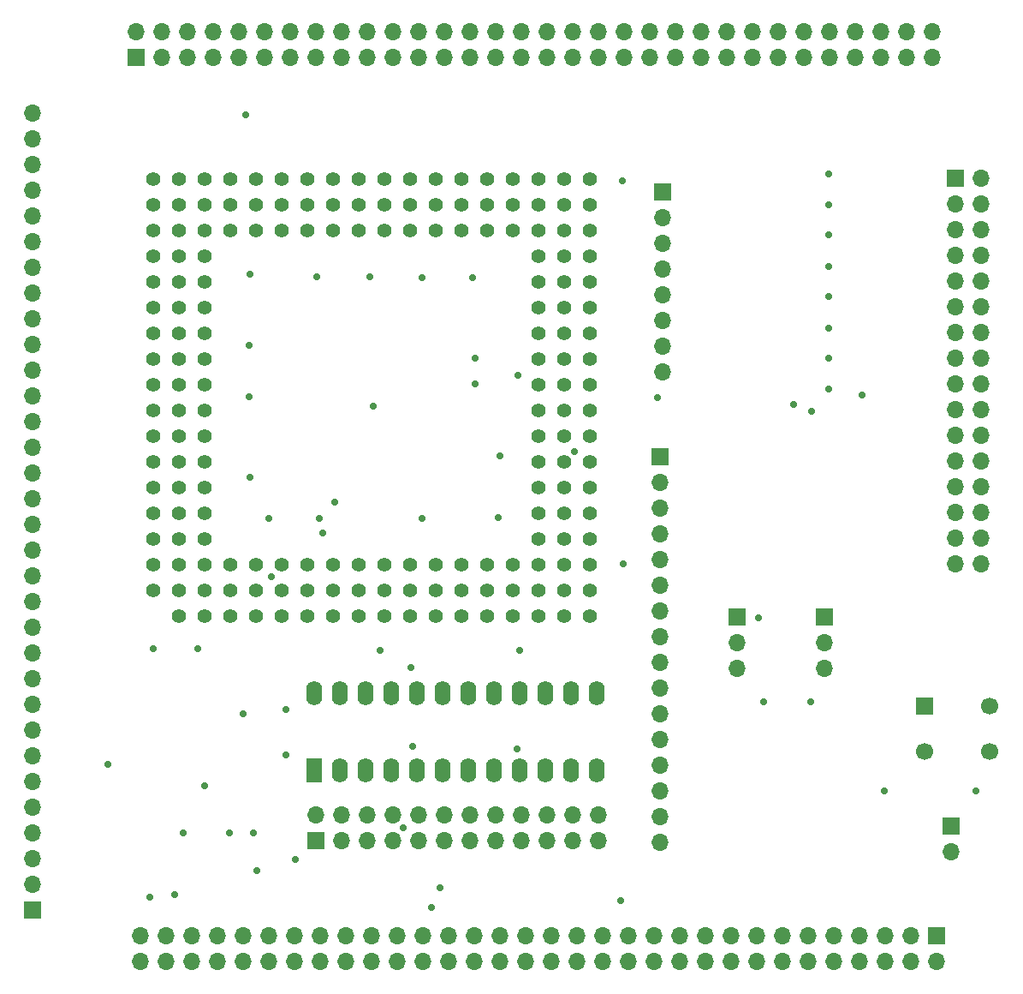
<source format=gbs>
G04 #@! TF.GenerationSoftware,KiCad,Pcbnew,8.0.1*
G04 #@! TF.CreationDate,2024-04-03T23:34:40-03:00*
G04 #@! TF.ProjectId,Breakout-68040,42726561-6b6f-4757-942d-36383034302e,rev?*
G04 #@! TF.SameCoordinates,Original*
G04 #@! TF.FileFunction,Soldermask,Bot*
G04 #@! TF.FilePolarity,Negative*
%FSLAX46Y46*%
G04 Gerber Fmt 4.6, Leading zero omitted, Abs format (unit mm)*
G04 Created by KiCad (PCBNEW 8.0.1) date 2024-04-03 23:34:40*
%MOMM*%
%LPD*%
G01*
G04 APERTURE LIST*
%ADD10R,1.700000X1.700000*%
%ADD11O,1.700000X1.700000*%
%ADD12C,1.700000*%
%ADD13C,1.422400*%
%ADD14R,1.600000X2.400000*%
%ADD15O,1.600000X2.400000*%
%ADD16C,0.700000*%
G04 APERTURE END LIST*
D10*
X87350000Y-69325000D03*
D11*
X87350000Y-71865000D03*
X87350000Y-74405000D03*
X87350000Y-76945000D03*
X87350000Y-79485000D03*
X87350000Y-82025000D03*
X87350000Y-84565000D03*
X87350000Y-87105000D03*
D10*
X94700000Y-111320000D03*
D11*
X94700000Y-113860000D03*
X94700000Y-116400000D03*
D10*
X103400000Y-111320000D03*
D11*
X103400000Y-113860000D03*
X103400000Y-116400000D03*
D12*
X119750000Y-124650000D03*
X113250000Y-124650000D03*
X119750000Y-120150000D03*
D10*
X113250000Y-120150000D03*
X35325000Y-56075000D03*
D11*
X35325000Y-53535000D03*
X37865000Y-56075000D03*
X37865000Y-53535000D03*
X40405000Y-56075000D03*
X40405000Y-53535000D03*
X42945000Y-56075000D03*
X42945000Y-53535000D03*
X45485000Y-56075000D03*
X45485000Y-53535000D03*
X48025000Y-56075000D03*
X48025000Y-53535000D03*
X50565000Y-56075000D03*
X50565000Y-53535000D03*
X53105000Y-56075000D03*
X53105000Y-53535000D03*
X55645000Y-56075000D03*
X55645000Y-53535000D03*
X58185000Y-56075000D03*
X58185000Y-53535000D03*
X60725000Y-56075000D03*
X60725000Y-53535000D03*
X63265000Y-56075000D03*
X63265000Y-53535000D03*
X65805000Y-56075000D03*
X65805000Y-53535000D03*
X68345000Y-56075000D03*
X68345000Y-53535000D03*
X70885000Y-56075000D03*
X70885000Y-53535000D03*
X73425000Y-56075000D03*
X73425000Y-53535000D03*
X75965000Y-56075000D03*
X75965000Y-53535000D03*
X78505000Y-56075000D03*
X78505000Y-53535000D03*
X81045000Y-56075000D03*
X81045000Y-53535000D03*
X83585000Y-56075000D03*
X83585000Y-53535000D03*
X86125000Y-56075000D03*
X86125000Y-53535000D03*
X88665000Y-56075000D03*
X88665000Y-53535000D03*
X91205000Y-56075000D03*
X91205000Y-53535000D03*
X93745000Y-56075000D03*
X93745000Y-53535000D03*
X96285000Y-56075000D03*
X96285000Y-53535000D03*
X98825000Y-56075000D03*
X98825000Y-53535000D03*
X101365000Y-56075000D03*
X101365000Y-53535000D03*
X103905000Y-56075000D03*
X103905000Y-53535000D03*
X106445000Y-56075000D03*
X106445000Y-53535000D03*
X108985000Y-56075000D03*
X108985000Y-53535000D03*
X111525000Y-56075000D03*
X111525000Y-53535000D03*
X114065000Y-56075000D03*
X114065000Y-53535000D03*
D10*
X87100000Y-95520000D03*
D11*
X87100000Y-98060000D03*
X87100000Y-100600000D03*
X87100000Y-103140000D03*
X87100000Y-105680000D03*
X87100000Y-108220000D03*
X87100000Y-110760000D03*
X87100000Y-113300000D03*
X87100000Y-115840000D03*
X87100000Y-118380000D03*
X87100000Y-120920000D03*
X87100000Y-123460000D03*
X87100000Y-126000000D03*
X87100000Y-128540000D03*
X87100000Y-131080000D03*
X87100000Y-133620000D03*
D10*
X116360000Y-68020000D03*
D11*
X118900000Y-68020000D03*
X116360000Y-70560000D03*
X118900000Y-70560000D03*
X116360000Y-73100000D03*
X118900000Y-73100000D03*
X116360000Y-75640000D03*
X118900000Y-75640000D03*
X116360000Y-78180000D03*
X118900000Y-78180000D03*
X116360000Y-80720000D03*
X118900000Y-80720000D03*
X116360000Y-83260000D03*
X118900000Y-83260000D03*
X116360000Y-85800000D03*
X118900000Y-85800000D03*
X116360000Y-88340000D03*
X118900000Y-88340000D03*
X116360000Y-90880000D03*
X118900000Y-90880000D03*
X116360000Y-93420000D03*
X118900000Y-93420000D03*
X116360000Y-95960000D03*
X118900000Y-95960000D03*
X116360000Y-98500000D03*
X118900000Y-98500000D03*
X116360000Y-101040000D03*
X118900000Y-101040000D03*
X116360000Y-103580000D03*
X118900000Y-103580000D03*
X116360000Y-106120000D03*
X118900000Y-106120000D03*
D10*
X114500000Y-142860000D03*
D11*
X114500000Y-145400000D03*
X111960000Y-142860000D03*
X111960000Y-145400000D03*
X109420000Y-142860000D03*
X109420000Y-145400000D03*
X106880000Y-142860000D03*
X106880000Y-145400000D03*
X104340000Y-142860000D03*
X104340000Y-145400000D03*
X101800000Y-142860000D03*
X101800000Y-145400000D03*
X99260000Y-142860000D03*
X99260000Y-145400000D03*
X96720000Y-142860000D03*
X96720000Y-145400000D03*
X94180000Y-142860000D03*
X94180000Y-145400000D03*
X91640000Y-142860000D03*
X91640000Y-145400000D03*
X89100000Y-142860000D03*
X89100000Y-145400000D03*
X86560000Y-142860000D03*
X86560000Y-145400000D03*
X84020000Y-142860000D03*
X84020000Y-145400000D03*
X81480000Y-142860000D03*
X81480000Y-145400000D03*
X78940000Y-142860000D03*
X78940000Y-145400000D03*
X76400000Y-142860000D03*
X76400000Y-145400000D03*
X73860000Y-142860000D03*
X73860000Y-145400000D03*
X71320000Y-142860000D03*
X71320000Y-145400000D03*
X68780000Y-142860000D03*
X68780000Y-145400000D03*
X66240000Y-142860000D03*
X66240000Y-145400000D03*
X63700000Y-142860000D03*
X63700000Y-145400000D03*
X61160000Y-142860000D03*
X61160000Y-145400000D03*
X58620000Y-142860000D03*
X58620000Y-145400000D03*
X56080000Y-142860000D03*
X56080000Y-145400000D03*
X53540000Y-142860000D03*
X53540000Y-145400000D03*
X51000000Y-142860000D03*
X51000000Y-145400000D03*
X48460000Y-142860000D03*
X48460000Y-145400000D03*
X45920000Y-142860000D03*
X45920000Y-145400000D03*
X43380000Y-142860000D03*
X43380000Y-145400000D03*
X40840000Y-142860000D03*
X40840000Y-145400000D03*
X38300000Y-142860000D03*
X38300000Y-145400000D03*
X35760000Y-142860000D03*
X35760000Y-145400000D03*
D10*
X25100000Y-140260000D03*
D11*
X25100000Y-137720000D03*
X25100000Y-135180000D03*
X25100000Y-132640000D03*
X25100000Y-130100000D03*
X25100000Y-127560000D03*
X25100000Y-125020000D03*
X25100000Y-122480000D03*
X25100000Y-119940000D03*
X25100000Y-117400000D03*
X25100000Y-114860000D03*
X25100000Y-112320000D03*
X25100000Y-109780000D03*
X25100000Y-107240000D03*
X25100000Y-104700000D03*
X25100000Y-102160000D03*
X25100000Y-99620000D03*
X25100000Y-97080000D03*
X25100000Y-94540000D03*
X25100000Y-92000000D03*
X25100000Y-89460000D03*
X25100000Y-86920000D03*
X25100000Y-84380000D03*
X25100000Y-81840000D03*
X25100000Y-79300000D03*
X25100000Y-76760000D03*
X25100000Y-74220000D03*
X25100000Y-71680000D03*
X25100000Y-69140000D03*
X25100000Y-66600000D03*
X25100000Y-64060000D03*
X25100000Y-61520000D03*
D10*
X53100000Y-133400000D03*
D11*
X53100000Y-130860000D03*
X55640000Y-133400000D03*
X55640000Y-130860000D03*
X58180000Y-133400000D03*
X58180000Y-130860000D03*
X60720000Y-133400000D03*
X60720000Y-130860000D03*
X63260000Y-133400000D03*
X63260000Y-130860000D03*
X65800000Y-133400000D03*
X65800000Y-130860000D03*
X68340000Y-133400000D03*
X68340000Y-130860000D03*
X70880000Y-133400000D03*
X70880000Y-130860000D03*
X73420000Y-133400000D03*
X73420000Y-130860000D03*
X75960000Y-133400000D03*
X75960000Y-130860000D03*
X78500000Y-133400000D03*
X78500000Y-130860000D03*
X81040000Y-133400000D03*
X81040000Y-130860000D03*
D10*
X115900000Y-132025000D03*
D11*
X115900000Y-134565000D03*
D13*
X80180000Y-111220000D03*
X77640000Y-111220000D03*
X75100000Y-111220000D03*
X72560000Y-111220000D03*
X70020000Y-111220000D03*
X67480000Y-111220000D03*
X64940000Y-111220000D03*
X62400000Y-111220000D03*
X59860000Y-111220000D03*
X57320000Y-111220000D03*
X54780000Y-111220000D03*
X52240000Y-111220000D03*
X49700000Y-111220000D03*
X47160000Y-111220000D03*
X44620000Y-111220000D03*
X42080000Y-111220000D03*
X39540000Y-111220000D03*
X80180000Y-108680000D03*
X77640000Y-108680000D03*
X75100000Y-108680000D03*
X72560000Y-108680000D03*
X70020000Y-108680000D03*
X67480000Y-108680000D03*
X64940000Y-108680000D03*
X62400000Y-108680000D03*
X59860000Y-108680000D03*
X57320000Y-108680000D03*
X54780000Y-108680000D03*
X52240000Y-108680000D03*
X49700000Y-108680000D03*
X47160000Y-108680000D03*
X44620000Y-108680000D03*
X42080000Y-108680000D03*
X39540000Y-108680000D03*
X37000000Y-108680000D03*
X80180000Y-106140000D03*
X77640000Y-106140000D03*
X75100000Y-106140000D03*
X72560000Y-106140000D03*
X70020000Y-106140000D03*
X67480000Y-106140000D03*
X64940000Y-106140000D03*
X62400000Y-106140000D03*
X59860000Y-106140000D03*
X57320000Y-106140000D03*
X54780000Y-106140000D03*
X52240000Y-106140000D03*
X49700000Y-106140000D03*
X47160000Y-106140000D03*
X44620000Y-106140000D03*
X42080000Y-106140000D03*
X39540000Y-106140000D03*
X37000000Y-106140000D03*
X80180000Y-103600000D03*
X77640000Y-103600000D03*
X75100000Y-103600000D03*
X42080000Y-103600000D03*
X39540000Y-103600000D03*
X37000000Y-103600000D03*
X80180000Y-101060000D03*
X77640000Y-101060000D03*
X75100000Y-101060000D03*
X42080000Y-101060000D03*
X39540000Y-101060000D03*
X37000000Y-101060000D03*
X80180000Y-98520000D03*
X77640000Y-98520000D03*
X75100000Y-98520000D03*
X42080000Y-98520000D03*
X39540000Y-98520000D03*
X37000000Y-98520000D03*
X80180000Y-95980000D03*
X77640000Y-95980000D03*
X75100000Y-95980000D03*
X42080000Y-95980000D03*
X39540000Y-95980000D03*
X37000000Y-95980000D03*
X80180000Y-93440000D03*
X77640000Y-93440000D03*
X75100000Y-93440000D03*
X42080000Y-93440000D03*
X39540000Y-93440000D03*
X37000000Y-93440000D03*
X80180000Y-90900000D03*
X77640000Y-90900000D03*
X75100000Y-90900000D03*
X42080000Y-90900000D03*
X39540000Y-90900000D03*
X37000000Y-90900000D03*
X80180000Y-88360000D03*
X77640000Y-88360000D03*
X75100000Y-88360000D03*
X42080000Y-88360000D03*
X39540000Y-88360000D03*
X37000000Y-88360000D03*
X80180000Y-85820000D03*
X77640000Y-85820000D03*
X75100000Y-85820000D03*
X42080000Y-85820000D03*
X39540000Y-85820000D03*
X37000000Y-85820000D03*
X80180000Y-83280000D03*
X77640000Y-83280000D03*
X75100000Y-83280000D03*
X42080000Y-83280000D03*
X39540000Y-83280000D03*
X37000000Y-83280000D03*
X80180000Y-80740000D03*
X77640000Y-80740000D03*
X75100000Y-80740000D03*
X42080000Y-80740000D03*
X39540000Y-80740000D03*
X37000000Y-80740000D03*
X80180000Y-78200000D03*
X77640000Y-78200000D03*
X75100000Y-78200000D03*
X42080000Y-78200000D03*
X39540000Y-78200000D03*
X37000000Y-78200000D03*
X80180000Y-75660000D03*
X77640000Y-75660000D03*
X75100000Y-75660000D03*
X42080000Y-75660000D03*
X39540000Y-75660000D03*
X37000000Y-75660000D03*
X80180000Y-73120000D03*
X77640000Y-73120000D03*
X75100000Y-73120000D03*
X72560000Y-73120000D03*
X70020000Y-73120000D03*
X67480000Y-73120000D03*
X64940000Y-73120000D03*
X62400000Y-73120000D03*
X59860000Y-73120000D03*
X57320000Y-73120000D03*
X54780000Y-73120000D03*
X52240000Y-73120000D03*
X49700000Y-73120000D03*
X47160000Y-73120000D03*
X44620000Y-73120000D03*
X42080000Y-73120000D03*
X39540000Y-73120000D03*
X37000000Y-73120000D03*
X80180000Y-70580000D03*
X77640000Y-70580000D03*
X75100000Y-70580000D03*
X72560000Y-70580000D03*
X70020000Y-70580000D03*
X67480000Y-70580000D03*
X64940000Y-70580000D03*
X62400000Y-70580000D03*
X59860000Y-70580000D03*
X57320000Y-70580000D03*
X54780000Y-70580000D03*
X52240000Y-70580000D03*
X49700000Y-70580000D03*
X47160000Y-70580000D03*
X44620000Y-70580000D03*
X42080000Y-70580000D03*
X39540000Y-70580000D03*
X37000000Y-70580000D03*
X80180000Y-68040000D03*
X77640000Y-68040000D03*
X75100000Y-68040000D03*
X72560000Y-68040000D03*
X70020000Y-68040000D03*
X67480000Y-68040000D03*
X64940000Y-68040000D03*
X62400000Y-68040000D03*
X59860000Y-68040000D03*
X57320000Y-68040000D03*
X54780000Y-68040000D03*
X52240000Y-68040000D03*
X49700000Y-68040000D03*
X47160000Y-68040000D03*
X44620000Y-68040000D03*
X42080000Y-68040000D03*
X39540000Y-68040000D03*
X37000000Y-68040000D03*
D14*
X52925000Y-126525000D03*
D15*
X55465000Y-126525000D03*
X58005000Y-126525000D03*
X60545000Y-126525000D03*
X63085000Y-126525000D03*
X65625000Y-126525000D03*
X68165000Y-126525000D03*
X70705000Y-126525000D03*
X73245000Y-126525000D03*
X75785000Y-126525000D03*
X78325000Y-126525000D03*
X80865000Y-126525000D03*
X80865000Y-118905000D03*
X78325000Y-118905000D03*
X75785000Y-118905000D03*
X73245000Y-118905000D03*
X70705000Y-118905000D03*
X68165000Y-118905000D03*
X65625000Y-118905000D03*
X63085000Y-118905000D03*
X60545000Y-118905000D03*
X58005000Y-118905000D03*
X55465000Y-118905000D03*
X52925000Y-118905000D03*
D16*
X42080000Y-127976800D03*
X46900400Y-132693900D03*
X64476000Y-140051400D03*
X44552700Y-132693900D03*
X48695500Y-107329000D03*
X102066500Y-91045000D03*
X47238500Y-136369400D03*
X100368600Y-90367200D03*
X62681900Y-124139000D03*
X61717800Y-132134900D03*
X72945900Y-124385000D03*
X65388900Y-138127500D03*
X62509900Y-116314300D03*
X51091400Y-135289100D03*
X39936600Y-132693900D03*
X39145000Y-138731600D03*
X36698300Y-139045600D03*
X83259800Y-139394200D03*
X107136700Y-89374800D03*
X86876500Y-89690100D03*
X78613500Y-94977000D03*
X83452600Y-106084500D03*
X73096800Y-87477900D03*
X53758400Y-103032400D03*
X96835400Y-111428900D03*
X58763700Y-90522200D03*
X54985500Y-100029400D03*
X50100000Y-124937500D03*
X50100000Y-120500000D03*
X103800000Y-76700000D03*
X103800000Y-73600000D03*
X103800000Y-79700000D03*
X103800000Y-85800000D03*
X103800000Y-88800000D03*
X103800000Y-70600000D03*
X103800000Y-67600000D03*
X103800000Y-82800000D03*
X63600000Y-77800000D03*
X63600000Y-101600000D03*
X53400000Y-101600000D03*
X48400000Y-101600000D03*
X46500000Y-84500000D03*
X46500000Y-89600000D03*
X46600000Y-97573100D03*
X68800000Y-88300000D03*
X68800000Y-85800000D03*
X68600000Y-77800000D03*
X58400000Y-77700000D03*
X53200000Y-77700000D03*
X46600000Y-77500000D03*
X83400000Y-68200000D03*
X46100000Y-61700000D03*
X73200000Y-114600000D03*
X59400000Y-114600000D03*
X109300000Y-128500000D03*
X118400000Y-128500000D03*
X41400000Y-114500000D03*
X102000000Y-119700000D03*
X45900000Y-120900000D03*
X37000000Y-114500000D03*
X71100000Y-101500000D03*
X71300000Y-95400000D03*
X97400000Y-119700000D03*
X32500000Y-125900000D03*
M02*

</source>
